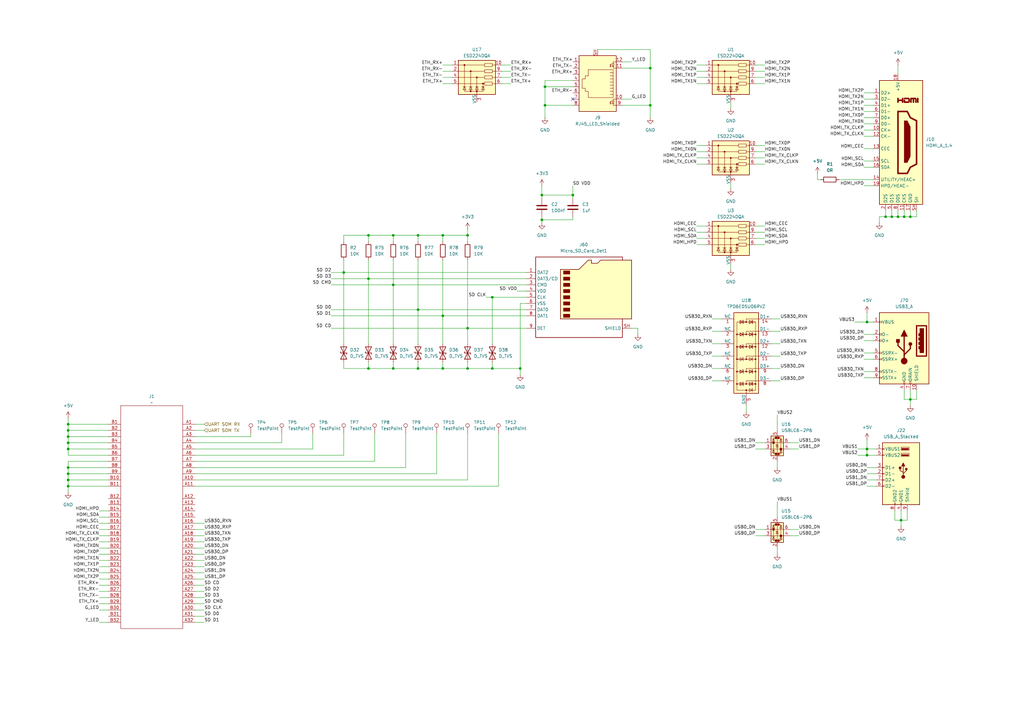
<source format=kicad_sch>
(kicad_sch (version 20231120) (generator "eeschema") (generator_version "8.0")
  (paper "A3")
  (junction (at 201.93 121.92))
  (junction (at 181.61 151.13))
  (junction (at 222.25 90.17))
  (junction (at 266.7 27.94))
  (junction (at 27.94 184.15))
  (junction (at 213.36 151.13))
  (junction (at 151.13 114.3))
  (junction (at 171.45 127))
  (junction (at 27.94 196.85))
  (junction (at 369.57 213.36))
  (junction (at 191.77 134.62))
  (junction (at 234.95 80.01))
  (junction (at 151.13 96.52))
  (junction (at 355.6 184.15))
  (junction (at 223.52 43.18))
  (junction (at 27.94 176.53))
  (junction (at 201.93 151.13))
  (junction (at 191.77 151.13))
  (junction (at 365.76 88.9))
  (junction (at 140.97 111.76))
  (junction (at 373.38 163.83))
  (junction (at 266.7 43.18))
  (junction (at 151.13 151.13))
  (junction (at 27.94 173.99))
  (junction (at 27.94 199.39))
  (junction (at 223.52 35.56))
  (junction (at 171.45 151.13))
  (junction (at 370.84 88.9))
  (junction (at 181.61 96.52))
  (junction (at 355.6 132.08))
  (junction (at 222.25 80.01))
  (junction (at 355.6 186.69))
  (junction (at 161.29 116.84))
  (junction (at 27.94 179.07))
  (junction (at 27.94 181.61))
  (junction (at 161.29 96.52))
  (junction (at 373.38 88.9))
  (junction (at 27.94 194.31))
  (junction (at 181.61 129.54))
  (junction (at 171.45 96.52))
  (junction (at 27.94 191.77))
  (junction (at 161.29 151.13))
  (junction (at 368.3 88.9))
  (junction (at 363.22 88.9))
  (junction (at 191.77 96.52))
  (no_connect (at 234.95 40.64))
  (wire (pts (xy 181.61 96.52) (xy 191.77 96.52)))
  (wire (pts (xy 83.82 250.19) (xy 80.01 250.19)))
  (wire (pts (xy 201.93 148.59) (xy 201.93 151.13)))
  (wire (pts (xy 40.64 209.55) (xy 44.45 209.55)))
  (wire (pts (xy 135.89 134.62) (xy 191.77 134.62)))
  (wire (pts (xy 309.88 219.71) (xy 313.69 219.71)))
  (wire (pts (xy 313.69 26.67) (xy 309.88 26.67)))
  (wire (pts (xy 354.33 147.32) (xy 358.14 147.32)))
  (wire (pts (xy 201.93 121.92) (xy 215.9 121.92)))
  (wire (pts (xy 259.08 40.64) (xy 255.27 40.64)))
  (wire (pts (xy 181.61 26.67) (xy 185.42 26.67)))
  (wire (pts (xy 222.25 88.9) (xy 222.25 90.17)))
  (wire (pts (xy 354.33 137.16) (xy 358.14 137.16)))
  (wire (pts (xy 27.94 184.15) (xy 44.45 184.15)))
  (wire (pts (xy 40.64 247.65) (xy 44.45 247.65)))
  (wire (pts (xy 213.36 151.13) (xy 213.36 153.67)))
  (wire (pts (xy 222.25 80.01) (xy 222.25 81.28)))
  (wire (pts (xy 318.77 191.77) (xy 318.77 189.23)))
  (wire (pts (xy 40.64 227.33) (xy 44.45 227.33)))
  (wire (pts (xy 151.13 148.59) (xy 151.13 151.13)))
  (wire (pts (xy 27.94 176.53) (xy 44.45 176.53)))
  (wire (pts (xy 40.64 234.95) (xy 44.45 234.95)))
  (wire (pts (xy 313.69 59.69) (xy 309.88 59.69)))
  (wire (pts (xy 372.11 209.55) (xy 372.11 213.36)))
  (wire (pts (xy 80.01 181.61) (xy 115.57 181.61)))
  (wire (pts (xy 368.3 26.67) (xy 368.3 30.48)))
  (wire (pts (xy 320.04 156.21) (xy 316.23 156.21)))
  (wire (pts (xy 83.82 214.63) (xy 80.01 214.63)))
  (wire (pts (xy 299.72 77.47) (xy 299.72 74.93)))
  (wire (pts (xy 201.93 121.92) (xy 201.93 140.97)))
  (wire (pts (xy 191.77 134.62) (xy 191.77 140.97)))
  (wire (pts (xy 27.94 191.77) (xy 27.94 194.31)))
  (wire (pts (xy 181.61 151.13) (xy 191.77 151.13)))
  (wire (pts (xy 171.45 96.52) (xy 171.45 99.06)))
  (wire (pts (xy 365.76 86.36) (xy 365.76 88.9)))
  (wire (pts (xy 222.25 90.17) (xy 222.25 91.44)))
  (wire (pts (xy 320.04 151.13) (xy 316.23 151.13)))
  (wire (pts (xy 181.61 29.21) (xy 185.42 29.21)))
  (wire (pts (xy 266.7 27.94) (xy 266.7 20.32)))
  (wire (pts (xy 27.94 181.61) (xy 27.94 184.15)))
  (wire (pts (xy 373.38 86.36) (xy 373.38 88.9)))
  (wire (pts (xy 368.3 88.9) (xy 365.76 88.9)))
  (wire (pts (xy 191.77 93.98) (xy 191.77 96.52)))
  (wire (pts (xy 355.6 194.31) (xy 359.41 194.31)))
  (wire (pts (xy 40.64 242.57) (xy 44.45 242.57)))
  (wire (pts (xy 335.28 71.12) (xy 335.28 73.66)))
  (wire (pts (xy 354.33 38.1) (xy 358.14 38.1)))
  (wire (pts (xy 223.52 33.02) (xy 223.52 35.56)))
  (wire (pts (xy 151.13 114.3) (xy 215.9 114.3)))
  (wire (pts (xy 161.29 96.52) (xy 161.29 99.06)))
  (wire (pts (xy 83.82 219.71) (xy 80.01 219.71)))
  (wire (pts (xy 83.82 252.73) (xy 80.01 252.73)))
  (wire (pts (xy 161.29 148.59) (xy 161.29 151.13)))
  (wire (pts (xy 292.1 151.13) (xy 295.91 151.13)))
  (wire (pts (xy 191.77 196.85) (xy 191.77 177.8)))
  (wire (pts (xy 140.97 106.68) (xy 140.97 111.76)))
  (wire (pts (xy 313.69 31.75) (xy 309.88 31.75)))
  (wire (pts (xy 354.33 55.88) (xy 358.14 55.88)))
  (wire (pts (xy 181.61 96.52) (xy 181.61 99.06)))
  (wire (pts (xy 285.75 92.71) (xy 289.56 92.71)))
  (wire (pts (xy 292.1 156.21) (xy 295.91 156.21)))
  (wire (pts (xy 40.64 229.87) (xy 44.45 229.87)))
  (wire (pts (xy 27.94 201.93) (xy 27.94 199.39)))
  (wire (pts (xy 255.27 43.18) (xy 266.7 43.18)))
  (wire (pts (xy 213.36 124.46) (xy 213.36 151.13)))
  (wire (pts (xy 135.89 114.3) (xy 151.13 114.3)))
  (wire (pts (xy 354.33 68.58) (xy 358.14 68.58)))
  (wire (pts (xy 285.75 26.67) (xy 289.56 26.67)))
  (wire (pts (xy 355.6 191.77) (xy 359.41 191.77)))
  (wire (pts (xy 191.77 148.59) (xy 191.77 151.13)))
  (wire (pts (xy 285.75 97.79) (xy 289.56 97.79)))
  (wire (pts (xy 181.61 34.29) (xy 185.42 34.29)))
  (wire (pts (xy 369.57 213.36) (xy 369.57 215.9)))
  (wire (pts (xy 151.13 106.68) (xy 151.13 114.3)))
  (wire (pts (xy 128.27 184.15) (xy 128.27 177.8)))
  (wire (pts (xy 151.13 96.52) (xy 140.97 96.52)))
  (wire (pts (xy 135.89 129.54) (xy 181.61 129.54)))
  (wire (pts (xy 179.07 194.31) (xy 179.07 177.8)))
  (wire (pts (xy 313.69 64.77) (xy 309.88 64.77)))
  (wire (pts (xy 83.82 227.33) (xy 80.01 227.33)))
  (wire (pts (xy 234.95 33.02) (xy 223.52 33.02)))
  (wire (pts (xy 27.94 194.31) (xy 27.94 196.85)))
  (wire (pts (xy 171.45 96.52) (xy 181.61 96.52)))
  (wire (pts (xy 354.33 43.18) (xy 358.14 43.18)))
  (wire (pts (xy 27.94 189.23) (xy 27.94 191.77)))
  (wire (pts (xy 373.38 163.83) (xy 373.38 166.37)))
  (wire (pts (xy 369.57 209.55) (xy 369.57 213.36)))
  (wire (pts (xy 313.69 97.79) (xy 309.88 97.79)))
  (wire (pts (xy 375.92 163.83) (xy 373.38 163.83)))
  (wire (pts (xy 327.66 181.61) (xy 323.85 181.61)))
  (wire (pts (xy 201.93 151.13) (xy 213.36 151.13)))
  (wire (pts (xy 140.97 148.59) (xy 140.97 151.13)))
  (wire (pts (xy 140.97 111.76) (xy 140.97 140.97)))
  (wire (pts (xy 153.67 189.23) (xy 153.67 177.8)))
  (wire (pts (xy 171.45 106.68) (xy 171.45 127)))
  (wire (pts (xy 161.29 116.84) (xy 161.29 140.97)))
  (wire (pts (xy 83.82 217.17) (xy 80.01 217.17)))
  (wire (pts (xy 354.33 45.72) (xy 358.14 45.72)))
  (wire (pts (xy 27.94 186.69) (xy 44.45 186.69)))
  (wire (pts (xy 80.01 186.69) (xy 140.97 186.69)))
  (wire (pts (xy 367.03 213.36) (xy 369.57 213.36)))
  (wire (pts (xy 318.77 227.33) (xy 318.77 224.79)))
  (wire (pts (xy 215.9 124.46) (xy 213.36 124.46)))
  (wire (pts (xy 80.01 184.15) (xy 128.27 184.15)))
  (wire (pts (xy 171.45 151.13) (xy 181.61 151.13)))
  (wire (pts (xy 351.79 184.15) (xy 355.6 184.15)))
  (wire (pts (xy 292.1 135.89) (xy 295.91 135.89)))
  (wire (pts (xy 285.75 62.23) (xy 289.56 62.23)))
  (wire (pts (xy 360.68 88.9) (xy 360.68 91.44)))
  (wire (pts (xy 292.1 140.97) (xy 295.91 140.97)))
  (wire (pts (xy 181.61 148.59) (xy 181.61 151.13)))
  (wire (pts (xy 344.17 73.66) (xy 358.14 73.66)))
  (wire (pts (xy 354.33 152.4) (xy 358.14 152.4)))
  (wire (pts (xy 83.82 222.25) (xy 80.01 222.25)))
  (wire (pts (xy 368.3 86.36) (xy 368.3 88.9)))
  (wire (pts (xy 327.66 217.17) (xy 323.85 217.17)))
  (wire (pts (xy 365.76 88.9) (xy 363.22 88.9)))
  (wire (pts (xy 285.75 64.77) (xy 289.56 64.77)))
  (wire (pts (xy 354.33 66.04) (xy 358.14 66.04)))
  (wire (pts (xy 140.97 186.69) (xy 140.97 177.8)))
  (wire (pts (xy 367.03 209.55) (xy 367.03 213.36)))
  (wire (pts (xy 370.84 163.83) (xy 373.38 163.83)))
  (wire (pts (xy 255.27 27.94) (xy 266.7 27.94)))
  (wire (pts (xy 370.84 86.36) (xy 370.84 88.9)))
  (wire (pts (xy 40.64 219.71) (xy 44.45 219.71)))
  (wire (pts (xy 161.29 116.84) (xy 215.9 116.84)))
  (wire (pts (xy 205.74 34.29) (xy 209.55 34.29)))
  (wire (pts (xy 245.11 20.32) (xy 266.7 20.32)))
  (wire (pts (xy 140.97 96.52) (xy 140.97 99.06)))
  (wire (pts (xy 83.82 229.87) (xy 80.01 229.87)))
  (wire (pts (xy 306.07 168.91) (xy 306.07 166.37)))
  (wire (pts (xy 266.7 43.18) (xy 266.7 27.94)))
  (wire (pts (xy 191.77 151.13) (xy 201.93 151.13)))
  (wire (pts (xy 375.92 88.9) (xy 373.38 88.9)))
  (wire (pts (xy 27.94 179.07) (xy 44.45 179.07)))
  (wire (pts (xy 181.61 129.54) (xy 215.9 129.54)))
  (wire (pts (xy 259.08 25.4) (xy 255.27 25.4)))
  (wire (pts (xy 80.01 179.07) (xy 102.87 179.07)))
  (wire (pts (xy 313.69 29.21) (xy 309.88 29.21)))
  (wire (pts (xy 355.6 186.69) (xy 359.41 186.69)))
  (wire (pts (xy 80.01 194.31) (xy 179.07 194.31)))
  (wire (pts (xy 285.75 31.75) (xy 289.56 31.75)))
  (wire (pts (xy 372.11 213.36) (xy 369.57 213.36)))
  (wire (pts (xy 313.69 62.23) (xy 309.88 62.23)))
  (wire (pts (xy 204.47 199.39) (xy 204.47 177.8)))
  (wire (pts (xy 375.92 86.36) (xy 375.92 88.9)))
  (wire (pts (xy 285.75 100.33) (xy 289.56 100.33)))
  (wire (pts (xy 40.64 245.11) (xy 44.45 245.11)))
  (wire (pts (xy 313.69 67.31) (xy 309.88 67.31)))
  (wire (pts (xy 354.33 76.2) (xy 358.14 76.2)))
  (wire (pts (xy 27.94 184.15) (xy 27.94 186.69)))
  (wire (pts (xy 309.88 184.15) (xy 313.69 184.15)))
  (wire (pts (xy 161.29 106.68) (xy 161.29 116.84)))
  (wire (pts (xy 355.6 196.85) (xy 359.41 196.85)))
  (wire (pts (xy 223.52 48.26) (xy 223.52 43.18)))
  (wire (pts (xy 299.72 110.49) (xy 299.72 107.95)))
  (wire (pts (xy 83.82 240.03) (xy 80.01 240.03)))
  (wire (pts (xy 285.75 29.21) (xy 289.56 29.21)))
  (wire (pts (xy 27.94 171.45) (xy 27.94 173.99)))
  (wire (pts (xy 40.64 217.17) (xy 44.45 217.17)))
  (wire (pts (xy 151.13 151.13) (xy 161.29 151.13)))
  (wire (pts (xy 27.94 196.85) (xy 27.94 199.39)))
  (wire (pts (xy 27.94 176.53) (xy 27.94 179.07)))
  (wire (pts (xy 80.01 191.77) (xy 166.37 191.77)))
  (wire (pts (xy 234.95 35.56) (xy 223.52 35.56)))
  (wire (pts (xy 171.45 127) (xy 215.9 127)))
  (wire (pts (xy 350.52 132.08) (xy 355.6 132.08)))
  (wire (pts (xy 166.37 191.77) (xy 166.37 177.8)))
  (wire (pts (xy 44.45 189.23) (xy 27.94 189.23)))
  (wire (pts (xy 313.69 100.33) (xy 309.88 100.33)))
  (wire (pts (xy 370.84 88.9) (xy 368.3 88.9)))
  (wire (pts (xy 354.33 139.7) (xy 358.14 139.7)))
  (wire (pts (xy 373.38 160.02) (xy 373.38 163.83)))
  (wire (pts (xy 80.01 199.39) (xy 204.47 199.39)))
  (wire (pts (xy 191.77 96.52) (xy 191.77 99.06)))
  (wire (pts (xy 171.45 148.59) (xy 171.45 151.13)))
  (wire (pts (xy 320.04 135.89) (xy 316.23 135.89)))
  (wire (pts (xy 327.66 184.15) (xy 323.85 184.15)))
  (wire (pts (xy 191.77 106.68) (xy 191.77 134.62)))
  (wire (pts (xy 212.09 119.38) (xy 215.9 119.38)))
  (wire (pts (xy 327.66 219.71) (xy 323.85 219.71)))
  (wire (pts (xy 135.89 111.76) (xy 140.97 111.76)))
  (wire (pts (xy 27.94 181.61) (xy 44.45 181.61)))
  (wire (pts (xy 151.13 96.52) (xy 151.13 99.06)))
  (wire (pts (xy 222.25 76.2) (xy 222.25 80.01)))
  (wire (pts (xy 40.64 212.09) (xy 44.45 212.09)))
  (wire (pts (xy 80.01 189.23) (xy 153.67 189.23)))
  (wire (pts (xy 370.84 160.02) (xy 370.84 163.83)))
  (wire (pts (xy 209.55 29.21) (xy 205.74 29.21)))
  (wire (pts (xy 375.92 160.02) (xy 375.92 163.83)))
  (wire (pts (xy 161.29 96.52) (xy 171.45 96.52)))
  (wire (pts (xy 299.72 44.45) (xy 299.72 41.91)))
  (wire (pts (xy 171.45 127) (xy 171.45 140.97)))
  (wire (pts (xy 205.74 31.75) (xy 209.55 31.75)))
  (wire (pts (xy 83.82 176.53) (xy 80.01 176.53)))
  (wire (pts (xy 320.04 130.81) (xy 316.23 130.81)))
  (wire (pts (xy 140.97 111.76) (xy 215.9 111.76)))
  (wire (pts (xy 140.97 151.13) (xy 151.13 151.13)))
  (wire (pts (xy 234.95 80.01) (xy 234.95 81.28)))
  (wire (pts (xy 259.08 134.62) (xy 261.62 134.62)))
  (wire (pts (xy 27.94 199.39) (xy 44.45 199.39)))
  (wire (pts (xy 181.61 31.75) (xy 185.42 31.75)))
  (wire (pts (xy 40.64 255.27) (xy 44.45 255.27)))
  (wire (pts (xy 285.75 67.31) (xy 289.56 67.31)))
  (wire (pts (xy 351.79 186.69) (xy 355.6 186.69)))
  (wire (pts (xy 40.64 232.41) (xy 44.45 232.41)))
  (wire (pts (xy 318.77 205.74) (xy 318.77 212.09)))
  (wire (pts (xy 354.33 40.64) (xy 358.14 40.64)))
  (wire (pts (xy 285.75 34.29) (xy 289.56 34.29)))
  (wire (pts (xy 266.7 48.26) (xy 266.7 43.18)))
  (wire (pts (xy 83.82 224.79) (xy 80.01 224.79)))
  (wire (pts (xy 115.57 181.61) (xy 115.57 177.8)))
  (wire (pts (xy 222.25 80.01) (xy 234.95 80.01)))
  (wire (pts (xy 40.64 224.79) (xy 44.45 224.79)))
  (wire (pts (xy 40.64 237.49) (xy 44.45 237.49)))
  (wire (pts (xy 309.88 181.61) (xy 313.69 181.61)))
  (wire (pts (xy 199.39 121.92) (xy 201.93 121.92)))
  (wire (pts (xy 83.82 242.57) (xy 80.01 242.57)))
  (wire (pts (xy 151.13 96.52) (xy 161.29 96.52)))
  (wire (pts (xy 318.77 170.18) (xy 318.77 176.53)))
  (wire (pts (xy 161.29 151.13) (xy 171.45 151.13)))
  (wire (pts (xy 40.64 250.19) (xy 44.45 250.19)))
  (wire (pts (xy 355.6 180.34) (xy 355.6 184.15)))
  (wire (pts (xy 223.52 35.56) (xy 223.52 43.18)))
  (wire (pts (xy 320.04 140.97) (xy 316.23 140.97)))
  (wire (pts (xy 313.69 34.29) (xy 309.88 34.29)))
  (wire (pts (xy 320.04 146.05) (xy 316.23 146.05)))
  (wire (pts (xy 234.95 90.17) (xy 222.25 90.17)))
  (wire (pts (xy 234.95 88.9) (xy 234.95 90.17)))
  (wire (pts (xy 83.82 173.99) (xy 80.01 173.99)))
  (wire (pts (xy 40.64 222.25) (xy 44.45 222.25)))
  (wire (pts (xy 355.6 132.08) (xy 358.14 132.08)))
  (wire (pts (xy 151.13 114.3) (xy 151.13 140.97)))
  (wire (pts (xy 40.64 240.03) (xy 44.45 240.03)))
  (wire (pts (xy 354.33 48.26) (xy 358.14 48.26)))
  (wire (pts (xy 313.69 95.25) (xy 309.88 95.25)))
  (wire (pts (xy 44.45 196.85) (xy 27.94 196.85)))
  (wire (pts (xy 363.22 86.36) (xy 363.22 88.9)))
  (wire (pts (xy 191.77 134.62) (xy 215.9 134.62)))
  (wire (pts (xy 83.82 237.49) (xy 80.01 237.49)))
  (wire (pts (xy 292.1 130.81) (xy 295.91 130.81)))
  (wire (pts (xy 313.69 92.71) (xy 309.88 92.71)))
  (wire (pts (xy 44.45 194.31) (xy 27.94 194.31)))
  (wire (pts (xy 44.45 191.77) (xy 27.94 191.77)))
  (wire (pts (xy 355.6 184.15) (xy 359.41 184.15)))
  (wire (pts (xy 360.68 88.9) (xy 363.22 88.9)))
  (wire (pts (xy 83.82 245.11) (xy 80.01 245.11)))
  (wire (pts (xy 335.28 73.66) (xy 336.55 73.66)))
  (wire (pts (xy 135.89 127) (xy 171.45 127)))
  (wire (pts (xy 40.64 214.63) (xy 44.45 214.63)))
  (wire (pts (xy 285.75 95.25) (xy 289.56 95.25)))
  (wire (pts (xy 355.6 184.15) (xy 355.6 186.69)))
  (wire (pts (xy 83.82 255.27) (xy 80.01 255.27)))
  (wire (pts (xy 209.55 26.67) (xy 205.74 26.67)))
  (wire (pts (xy 261.62 134.62) (xy 261.62 137.16)))
  (wire (pts (xy 354.33 154.94) (xy 358.14 154.94)))
  (wire (pts (xy 355.6 128.27) (xy 355.6 132.08)))
  (wire (pts (xy 27.94 179.07) (xy 27.94 181.61)))
  (wire (pts (xy 355.6 199.39) (xy 359.41 199.39)))
  (wire (pts (xy 354.33 50.8) (xy 358.14 50.8)))
  (wire (pts (xy 234.95 76.2) (xy 234.95 80.01)))
  (wire (pts (xy 354.33 53.34) (xy 358.14 53.34)))
  (wire (pts (xy 83.82 247.65) (xy 80.01 247.65)))
  (wire (pts (xy 292.1 146.05) (xy 295.91 146.05)))
  (wire (pts (xy 181.61 129.54) (xy 181.61 140.97)))
  (wire (pts (xy 354.33 60.96) (xy 358.14 60.96)))
  (wire (pts (xy 80.01 196.85) (xy 191.77 196.85)))
  (wire (pts (xy 27.94 173.99) (xy 27.94 176.53)))
  (wire (pts (xy 83.82 232.41) (xy 80.01 232.41)))
  (wire (pts (xy 223.52 43.18) (xy 234.95 43.18)))
  (wire (pts (xy 373.38 88.9) (xy 370.84 88.9)))
  (wire (pts (xy 309.88 217.17) (xy 313.69 217.17)))
  (wire (pts (xy 83.82 234.95) (xy 80.01 234.95)))
  (wire (pts (xy 135.89 116.84) (xy 161.29 116.84)))
  (wire (pts (xy 27.94 173.99) (xy 44.45 173.99)))
  (wire (pts (xy 285.75 59.69) (xy 289.56 59.69)))
  (wire (pts (xy 354.33 144.78) (xy 358.14 144.78)))
  (wire (pts (xy 181.61 106.68) (xy 181.61 129.54)))
  (wire (pts (xy 102.87 179.07) (xy 102.87 177.8)))
  (label "USB30_RXN" (at 292.1 130.81 180))
  (label "SD VDD" (at 234.95 76.2 0))
  (label "USB30_DN" (at 320.04 151.13 0))
  (label "HDMI_TX2P" (at 313.69 26.67 0))
  (label "USB30_RXN" (at 320.04 130.81 0))
  (label "HDMI_TX0N" (at 285.75 62.23 180))
  (label "SD D0" (at 83.82 252.73 0))
  (label "USB30_RXP" (at 292.1 135.89 180))
  (label "HDMI_TX0P" (at 354.33 48.26 180))
  (label "VBUS1" (at 351.79 184.15 180))
  (label "SD D2" (at 83.82 242.57 0))
  (label "G_LED" (at 259.08 40.64 0))
  (label "SD CLK" (at 83.82 250.19 0))
  (label "HDMI_SCL" (at 313.69 95.25 0))
  (label "SD CD" (at 135.89 134.62 180))
  (label "HDMI_TX0P" (at 40.64 227.33 180))
  (label "USB30_TXN" (at 292.1 140.97 180))
  (label "ETH_RX+" (at 40.64 240.03 180))
  (label "ETH_TX-" (at 181.61 31.75 180))
  (label "VBUS2" (at 351.79 186.69 180))
  (label "USB30_RXP" (at 354.33 147.32 180))
  (label "SD D1" (at 83.82 255.27 0))
  (label "G_LED" (at 40.64 250.19 180))
  (label "USB30_TXN" (at 83.82 219.71 0))
  (label "Y_LED" (at 259.08 25.4 0))
  (label "HDMI_SCL" (at 285.75 95.25 180))
  (label "SD D3" (at 83.82 245.11 0))
  (label "HDMI_CEC" (at 313.69 92.71 0))
  (label "USB30_RXP" (at 320.04 135.89 0))
  (label "HDMI_TX0P" (at 285.75 59.69 180))
  (label "HDMI_SDA" (at 313.69 97.79 0))
  (label "USB1_DN" (at 355.6 196.85 180))
  (label "HDMI_HPD" (at 285.75 100.33 180))
  (label "ETH_TX+" (at 40.64 247.65 180))
  (label "VBUS3" (at 350.52 132.08 180))
  (label "HDMI_TX2N" (at 285.75 29.21 180))
  (label "ETH_TX+" (at 209.55 34.29 0))
  (label "HDMI_SDA" (at 285.75 97.79 180))
  (label "ETH_RX+" (at 234.95 30.48 180))
  (label "HDMI_TX2N" (at 313.69 29.21 0))
  (label "HDMI_TX2N" (at 40.64 234.95 180))
  (label "VBUS2" (at 318.77 170.18 0))
  (label "USB1_DP" (at 309.88 184.15 180))
  (label "HDMI_TX1N" (at 313.69 34.29 0))
  (label "SD D2" (at 135.89 111.76 180))
  (label "HDMI_TX2P" (at 40.64 237.49 180))
  (label "ETH_RX-" (at 209.55 29.21 0))
  (label "ETH_RX-" (at 40.64 242.57 180))
  (label "USB30_DP" (at 292.1 156.21 180))
  (label "USB30_DN" (at 83.82 224.79 0))
  (label "HDMI_TX0N" (at 354.33 50.8 180))
  (label "USB0_DN" (at 327.66 217.17 0))
  (label "USB1_DP" (at 83.82 237.49 0))
  (label "USB30_RXP" (at 83.82 217.17 0))
  (label "HDMI_SDA" (at 354.33 68.58 180))
  (label "HDMI_TX1N" (at 354.33 45.72 180))
  (label "HDMI_SDA" (at 40.64 212.09 180))
  (label "USB30_TXN" (at 320.04 140.97 0))
  (label "USB0_DN" (at 83.82 229.87 0))
  (label "HDMI_TX_CLKN" (at 354.33 55.88 180))
  (label "SD CLK" (at 199.39 121.92 180))
  (label "USB0_DN" (at 309.88 217.17 180))
  (label "HDMI_SCL" (at 354.33 66.04 180))
  (label "USB30_TXN" (at 354.33 152.4 180))
  (label "HDMI_TX_CLKN" (at 285.75 67.31 180))
  (label "HDMI_TX0N" (at 313.69 62.23 0))
  (label "USB0_DP" (at 355.6 194.31 180))
  (label "HDMI_TX1N" (at 40.64 229.87 180))
  (label "HDMI_TX2N" (at 354.33 40.64 180))
  (label "USB30_DP" (at 83.82 227.33 0))
  (label "SD D1" (at 135.89 129.54 180))
  (label "USB1_DN" (at 327.66 181.61 0))
  (label "SD D3" (at 135.89 114.3 180))
  (label "HDMI_TX1P" (at 313.69 31.75 0))
  (label "USB30_TXP" (at 354.33 154.94 180))
  (label "USB0_DP" (at 327.66 219.71 0))
  (label "HDMI_TX_CLKP" (at 313.69 64.77 0))
  (label "HDMI_TX2P" (at 354.33 38.1 180))
  (label "HDMI_TX2P" (at 285.75 26.67 180))
  (label "USB30_TXP" (at 292.1 146.05 180))
  (label "HDMI_HPD" (at 313.69 100.33 0))
  (label "SD CD" (at 83.82 240.03 0))
  (label "HDMI_TX_CLKP" (at 354.33 53.34 180))
  (label "SD VDD" (at 212.09 119.38 180))
  (label "HDMI_TX_CLKP" (at 40.64 222.25 180))
  (label "HDMI_TX0N" (at 40.64 224.79 180))
  (label "HDMI_HPD" (at 354.33 76.2 180))
  (label "USB30_RXN" (at 83.82 214.63 0))
  (label "SD CMD" (at 83.82 247.65 0))
  (label "HDMI_TX_CLKP" (at 285.75 64.77 180))
  (label "USB30_DN" (at 292.1 151.13 180))
  (label "SD D0" (at 135.89 127 180))
  (label "HDMI_TX1P" (at 285.75 31.75 180))
  (label "Y_LED" (at 40.64 255.27 180))
  (label "HDMI_HPD" (at 40.64 209.55 180))
  (label "ETH_TX+" (at 234.95 25.4 180))
  (label "HDMI_TX1N" (at 285.75 34.29 180))
  (label "USB30_DN" (at 354.33 137.16 180))
  (label "HDMI_TX0P" (at 313.69 59.69 0))
  (label "HDMI_TX1P" (at 40.64 232.41 180))
  (label "USB30_RXN" (at 354.33 144.78 180))
  (label "HDMI_SCL" (at 40.64 214.63 180))
  (label "ETH_RX+" (at 181.61 26.67 180))
  (label "HDMI_CEC" (at 354.33 60.96 180))
  (label "HDMI_TX_CLKN" (at 313.69 67.31 0))
  (label "USB30_TXP" (at 320.04 146.05 0))
  (label "HDMI_CEC" (at 285.75 92.71 180))
  (label "ETH_TX-" (at 40.64 245.11 180))
  (label "HDMI_TX_CLKN" (at 40.64 219.71 180))
  (label "USB0_DN" (at 355.6 191.77 180))
  (label "USB0_DP" (at 83.82 232.41 0))
  (label "ETH_RX-" (at 181.61 29.21 180))
  (label "USB30_DP" (at 354.33 139.7 180))
  (label "SD CMD" (at 135.89 116.84 180))
  (label "USB30_DP" (at 320.04 156.21 0))
  (label "ETH_RX+" (at 209.55 26.67 0))
  (label "USB30_TXP" (at 83.82 222.25 0))
  (label "VBUS1" (at 318.77 205.74 0))
  (label "HDMI_TX1P" (at 354.33 43.18 180))
  (label "ETH_TX-" (at 209.55 31.75 0))
  (label "USB1_DN" (at 309.88 181.61 180))
  (label "HDMI_CEC" (at 40.64 217.17 180))
  (label "USB0_DP" (at 309.88 219.71 180))
  (label "USB1_DN" (at 83.82 234.95 0))
  (label "ETH_TX-" (at 234.95 27.94 180))
  (label "ETH_TX+" (at 181.61 34.29 180))
  (label "ETH_RX-" (at 234.95 38.1 180))
  (label "USB1_DP" (at 355.6 199.39 180))
  (label "USB1_DP" (at 327.66 184.15 0))
  (hierarchical_label "UART SOM RX" (shape input) (at 83.82 173.99 0))
  (hierarchical_label "UART SOM TX" (shape input) (at 83.82 176.53 0))
  (symbol (lib_id "Device:D_TVS") (at 171.45 144.78 90) (unit 1)
    (property "Reference" "D35" (at 173.99 143.5099 90) (effects (justify right)))
    (property "Value" "D_TVS" (at 173.99 146.0499 90) (effects (justify right)))
    (property "Footprint" "Diode_SMD:D_SOD-882" (effects (hide yes)))
    (property "Description" "Bidirectional transient-voltage-suppression diode" (effects (hide yes)))
  )
  (symbol (lib_id "Device:R") (at 340.36 73.66 90) (unit 1)
    (property "Reference" "R1" (at 340.36 67.31 90))
    (property "Value" "0R" (at 340.36 69.85 90))
    (property "Footprint" "Resistor_SMD:R_0402_1005Metric" (effects (hide yes)))
    (property "Description" "Resistor" (effects (hide yes)))
  )
  (symbol (lib_id "power:GND") (at 261.62 137.16 0) (unit 1)
    (property "Reference" "#PWR0163" (effects (hide yes)))
    (property "Value" "GND" (at 261.62 142.24 0))
    (property "Description" "Power symbol creates a global label with name \"GND\" , ground" (effects (hide yes)))
  )
  (symbol (lib_id "Connector:RJ45_LED_Shielded") (at 245.11 33.02 180) (unit 1)
    (property "Reference" "J9" (at 245.11 48.26 0))
    (property "Value" "RJ45_LED_Shielded" (at 245.11 50.8 0))
    (property "Footprint" "Connector_RJ:RJ45_Hanrun_HR911105A_Horizontal" (effects (hide yes)))
    (property "Description" "RJ connector, 8P8C (8 positions 8 connected), two LEDs, Shielded" (effects (hide yes)))
  )
  (symbol (lib_id "Power_Protection:ESD224DQA") (at 299.72 97.79 0) (unit 1)
    (property "Reference" "U3" (at 299.72 86.36 0))
    (property "Value" "ESD224DQA" (at 299.72 88.9 0))
    (property "Footprint" "Package_DFN_QFN:Diodes_UDFN-10_1.0x2.5mm_P0.5mm" (effects (hide yes)))
    (property "Datasheet" "https://www.ti.com/lit/ds/symlink/esd224.pdf" (effects (hide yes)))
    (property "Description" "4-Channel Low Capacitance TVS Diode Array, USON-10" (effects (hide yes)))
  )
  (symbol (lib_id "Device:D_TVS") (at 181.61 144.78 90) (unit 1)
    (property "Reference" "D36" (at 184.15 143.5099 90) (effects (justify right)))
    (property "Value" "D_TVS" (at 184.15 146.0499 90) (effects (justify right)))
    (property "Footprint" "Diode_SMD:D_SOD-882" (effects (hide yes)))
    (property "Description" "Bidirectional transient-voltage-suppression diode" (effects (hide yes)))
  )
  (symbol (lib_id "power:+3V3") (at 191.77 93.98 0) (mirror y) (unit 1)
    (property "Reference" "#PWR0159" (effects (hide yes)))
    (property "Value" "+3V3" (at 191.77 88.9 0))
    (property "Description" "Power symbol creates a global label with name \"+3V3\"" (effects (hide yes)))
  )
  (symbol (lib_id "Device:D_TVS") (at 201.93 144.78 90) (unit 1)
    (property "Reference" "D38" (at 204.47 143.5099 90) (effects (justify right)))
    (property "Value" "D_TVS" (at 204.47 146.0499 90) (effects (justify right)))
    (property "Footprint" "Diode_SMD:D_SOD-882" (effects (hide yes)))
    (property "Description" "Bidirectional transient-voltage-suppression diode" (effects (hide yes)))
  )
  (symbol (lib_id "Power_Protection:ESD224DQA") (at 299.72 31.75 0) (unit 1)
    (property "Reference" "U1" (at 299.72 20.32 0))
    (property "Value" "ESD224DQA" (at 299.72 22.86 0))
    (property "Footprint" "Package_DFN_QFN:Diodes_UDFN-10_1.0x2.5mm_P0.5mm" (effects (hide yes)))
    (property "Datasheet" "https://www.ti.com/lit/ds/symlink/esd224.pdf" (effects (hide yes)))
    (property "Description" "4-Channel Low Capacitance TVS Diode Array, USON-10" (effects (hide yes)))
  )
  (symbol (lib_id "power:GND") (at 27.94 201.93 0) (unit 1)
    (property "Reference" "#PWR0165" (effects (hide yes)))
    (property "Value" "GND" (at 27.94 207.01 0))
    (property "Description" "Power symbol creates a global label with name \"GND\" , ground" (effects (hide yes)))
  )
  (symbol (lib_id "power:+5V") (at 368.3 26.67 0) (unit 1)
    (property "Reference" "#PWR04" (effects (hide yes)))
    (property "Value" "+5V" (at 368.3 21.59 0))
    (property "Description" "Power symbol creates a global label with name \"+5V\"" (effects (hide yes)))
  )
  (symbol (lib_id "power:GND") (at 223.52 48.26 0) (unit 1)
    (property "Reference" "#PWR07" (effects (hide yes)))
    (property "Value" "GND" (at 223.52 53.34 0))
    (property "Description" "Power symbol creates a global label with name \"GND\" , ground" (effects (hide yes)))
  )
  (symbol (lib_id "Device:R") (at 140.97 102.87 0) (unit 1)
    (property "Reference" "R2" (at 143.51 101.5999 0) (effects (justify left)))
    (property "Value" "10K" (at 143.51 104.1399 0) (effects (justify left)))
    (property "Footprint" "Resistor_SMD:R_0402_1005Metric" (effects (hide yes)))
    (property "Description" "Resistor" (effects (hide yes)))
  )
  (symbol (lib_id "Connector:TestPoint") (at 153.67 177.8 0) (unit 1)
    (property "Reference" "TP8" (at 156.21 173.2279 0) (effects (justify left)))
    (property "Value" "TestPoint" (at 156.21 175.7679 0) (effects (justify left)))
    (property "Footprint" "TestPoint:TestPoint_Pad_1.0x1.0mm" (effects (hide yes)))
    (property "Description" "test point" (effects (hide yes)))
  )
  (symbol (lib_id "Device:D_TVS") (at 140.97 144.78 90) (unit 1)
    (property "Reference" "D32" (at 143.51 143.5099 90) (effects (justify right)))
    (property "Value" "D_TVS" (at 143.51 146.0499 90) (effects (justify right)))
    (property "Footprint" "Diode_SMD:D_SOD-882" (effects (hide yes)))
    (property "Description" "Bidirectional transient-voltage-suppression diode" (effects (hide yes)))
  )
  (symbol (lib_id "power:GND") (at 360.68 91.44 0) (unit 1)
    (property "Reference" "#PWR01" (effects (hide yes)))
    (property "Value" "GND" (at 360.68 96.52 0))
    (property "Description" "Power symbol creates a global label with name \"GND\" , ground" (effects (hide yes)))
  )
  (symbol (lib_id "Connector:TestPoint") (at 140.97 177.8 0) (unit 1)
    (property "Reference" "TP7" (at 143.51 173.2279 0) (effects (justify left)))
    (property "Value" "TestPoint" (at 143.51 175.7679 0) (effects (justify left)))
    (property "Footprint" "TestPoint:TestPoint_Pad_1.0x1.0mm" (effects (hide yes)))
    (property "Description" "test point" (effects (hide yes)))
  )
  (symbol (lib_id "Connector:TestPoint") (at 179.07 177.8 0) (unit 1)
    (property "Reference" "TP10" (at 181.61 173.2279 0) (effects (justify left)))
    (property "Value" "TestPoint" (at 181.61 175.7679 0) (effects (justify left)))
    (property "Footprint" "TestPoint:TestPoint_Pad_1.0x1.0mm" (effects (hide yes)))
    (property "Description" "test point" (effects (hide yes)))
  )
  (symbol (lib_id "power:GND") (at 318.77 191.77 0) (unit 1)
    (property "Reference" "#PWR0151" (effects (hide yes)))
    (property "Value" "GND" (at 318.77 196.85 0))
    (property "Description" "Power symbol creates a global label with name \"GND\" , ground" (effects (hide yes)))
  )
  (symbol (lib_id "Device:R") (at 181.61 102.87 0) (unit 1)
    (property "Reference" "R78" (at 184.15 101.5999 0) (effects (justify left)))
    (property "Value" "10K" (at 184.15 104.1399 0) (effects (justify left)))
    (property "Footprint" "Resistor_SMD:R_0402_1005Metric" (effects (hide yes)))
    (property "Description" "Resistor" (effects (hide yes)))
  )
  (symbol (lib_id "Device:R") (at 161.29 102.87 0) (unit 1)
    (property "Reference" "R76" (at 163.83 101.5999 0) (effects (justify left)))
    (property "Value" "10K" (at 163.83 104.1399 0) (effects (justify left)))
    (property "Footprint" "Resistor_SMD:R_0402_1005Metric" (effects (hide yes)))
    (property "Description" "Resistor" (effects (hide yes)))
  )
  (symbol (lib_id "power:GND") (at 213.36 153.67 0) (unit 1)
    (property "Reference" "#PWR0160" (effects (hide yes)))
    (property "Value" "GND" (at 213.36 158.75 0))
    (property "Description" "Power symbol creates a global label with name \"GND\" , ground" (effects (hide yes)))
  )
  (symbol (lib_id "power:GND") (at 299.72 44.45 0) (unit 1)
    (property "Reference" "#PWR02" (effects (hide yes)))
    (property "Value" "GND" (at 299.72 49.53 0))
    (property "Description" "Power symbol creates a global label with name \"GND\" , ground" (effects (hide yes)))
  )
  (symbol (lib_id "Power_Protection:TPD6E05U06RVZ") (at 306.07 143.51 270) (unit 1)
    (property "Reference" "U18" (at 306.07 123.19 90))
    (property "Value" "TPD6E05U06RVZ" (at 306.07 125.73 90))
    (property "Footprint" "Package_SON:Texas_R-PUSON-N14" (effects (hide yes)))
    (property "Datasheet" "https://www.ti.com/lit/ds/symlink/tpd1e05u06.pdf" (effects (hide yes)))
    (property "Description" "6-Channel ESD Protection for Super-Speed USB 3.0 Interface, USON-14" (effects (hide yes)))
  )
  (symbol (lib_id "power:GND") (at 299.72 77.47 0) (unit 1)
    (property "Reference" "#PWR03" (effects (hide yes)))
    (property "Value" "GND" (at 299.72 82.55 0))
    (property "Description" "Power symbol creates a global label with name \"GND\" , ground" (effects (hide yes)))
  )
  (symbol (lib_id "power:+5V") (at 355.6 180.34 0) (unit 1)
    (property "Reference" "#PWR0166" (effects (hide yes)))
    (property "Value" "+5V" (at 355.6 175.26 0))
    (property "Description" "Power symbol creates a global label with name \"+5V\"" (effects (hide yes)))
  )
  (symbol (lib_id "Connector:TestPoint") (at 204.47 177.8 0) (unit 1)
    (property "Reference" "TP12" (at 207.01 173.2279 0) (effects (justify left)))
    (property "Value" "TestPoint" (at 207.01 175.7679 0) (effects (justify left)))
    (property "Footprint" "TestPoint:TestPoint_Pad_1.0x1.0mm" (effects (hide yes)))
    (property "Description" "test point" (effects (hide yes)))
  )
  (symbol (lib_id "Device:C") (at 234.95 85.09 180) (unit 1)
    (property "Reference" "C3" (at 238.76 83.8199 0) (effects (justify right)))
    (property "Value" "1uf" (at 238.76 86.3599 0) (effects (justify right)))
    (property "Footprint" "Capacitor_SMD:C_0603_1608Metric" (effects (hide yes)))
    (property "Description" "Unpolarized capacitor" (effects (hide yes)))
  )
  (symbol (lib_id "power:+5V") (at 355.6 128.27 0) (unit 1)
    (property "Reference" "#PWR0167" (effects (hide yes)))
    (property "Value" "+5V" (at 355.6 123.19 0))
    (property "Description" "Power symbol creates a global label with name \"+5V\"" (effects (hide yes)))
  )
  (symbol (lib_id "power:+5V") (at 335.28 71.12 0) (unit 1)
    (property "Reference" "#PWR05" (effects (hide yes)))
    (property "Value" "+5V" (at 335.28 66.04 0))
    (property "Description" "Power symbol creates a global label with name \"+5V\"" (effects (hide yes)))
  )
  (symbol (lib_id "Connector:TestPoint") (at 115.57 177.8 0) (unit 1)
    (property "Reference" "TP5" (at 118.11 173.2279 0) (effects (justify left)))
    (property "Value" "TestPoint" (at 118.11 175.7679 0) (effects (justify left)))
    (property "Footprint" "TestPoint:TestPoint_Pad_1.0x1.0mm" (effects (hide yes)))
    (property "Description" "test point" (effects (hide yes)))
  )
  (symbol (lib_id "PCIEx4_Custom:PCIEx4_Custom") (at 62.23 207.01 0) (unit 1)
    (property "Reference" "J1" (at 62.23 162.56 0))
    (property "Value" "~" (at 62.23 165.1 0))
    (property "Footprint" "3091-10111T:UMAX 3091-10111T" (effects (hide yes)))
  )
  (symbol (lib_id "Connector:TestPoint") (at 128.27 177.8 0) (unit 1)
    (property "Reference" "TP6" (at 130.81 173.2279 0) (effects (justify left)))
    (property "Value" "TestPoint" (at 130.81 175.7679 0) (effects (justify left)))
    (property "Footprint" "TestPoint:TestPoint_Pad_1.0x1.0mm" (effects (hide yes)))
    (property "Description" "test point" (effects (hide yes)))
  )
  (symbol (lib_id "Connector:USB3_A") (at 370.84 142.24 0) (mirror y) (unit 1)
    (property "Reference" "J70" (at 370.84 123.19 0))
    (property "Value" "USB3_A" (at 370.84 125.73 0))
    (property "Footprint" "54-00007:TENSILITY_54-00007" (effects (hide yes)))
    (property "Description" "USB 3.0 A connector" (effects (hide yes)))
  )
  (symbol (lib_id "Power_Protection:ESD224DQA") (at 299.72 64.77 0) (unit 1)
    (property "Reference" "U2" (at 299.72 53.34 0))
    (property "Value" "ESD224DQA" (at 299.72 55.88 0))
    (property "Footprint" "Package_DFN_QFN:Diodes_UDFN-10_1.0x2.5mm_P0.5mm" (effects (hide yes)))
    (property "Datasheet" "https://www.ti.com/lit/ds/symlink/esd224.pdf" (effects (hide yes)))
    (property "Description" "4-Channel Low Capacitance TVS Diode Array, USON-10" (effects (hide yes)))
  )
  (symbol (lib_id "power:GND") (at 266.7 48.26 0) (unit 1)
    (property "Reference" "#PWR08" (effects (hide yes)))
    (property "Value" "GND" (at 266.7 53.34 0))
    (property "Description" "Power symbol creates a global label with name \"GND\" , ground" (effects (hide yes)))
  )
  (symbol (lib_id "power:GND") (at 222.25 91.44 0) (unit 1)
    (property "Reference" "#PWR0162" (effects (hide yes)))
    (property "Value" "GND" (at 222.25 96.52 0))
    (property "Description" "Power symbol creates a global label with name \"GND\" , ground" (effects (hide yes)))
  )
  (symbol (lib_id "power:GND") (at 306.07 168.91 0) (unit 1)
    (property "Reference" "#PWR0156" (effects (hide yes)))
    (property "Value" "GND" (at 306.07 173.99 0))
    (property "Description" "Power symbol creates a global label with name \"GND\" , ground" (effects (hide yes)))
  )
  (symbol (lib_id "power:GND") (at 369.57 215.9 0) (unit 1)
    (property "Reference" "#PWR09" (effects (hide yes)))
    (property "Value" "GND" (at 369.57 220.98 0))
    (property "Description" "Power symbol creates a global label with name \"GND\" , ground" (effects (hide yes)))
  )
  (symbol (lib_id "Device:R") (at 191.77 102.87 0) (unit 1)
    (property "Reference" "R79" (at 194.31 101.5999 0) (effects (justify left)))
    (property "Value" "10K" (at 194.31 104.1399 0) (effects (justify left)))
    (property "Footprint" "Resistor_SMD:R_0402_1005Metric" (effects (hide yes)))
    (property "Description" "Resistor" (effects (hide yes)))
  )
  (symbol (lib_id "power:+5V") (at 27.94 171.45 0) (unit 1)
    (property "Reference" "#PWR0164" (effects (hide yes)))
    (property "Value" "+5V" (at 27.94 166.37 0))
    (property "Description" "Power symbol creates a global label with name \"+5V\"" (effects (hide yes)))
  )
  (symbol (lib_id "Device:D_TVS") (at 191.77 144.78 90) (unit 1)
    (property "Reference" "D37" (at 194.31 143.5099 90) (effects (justify right)))
    (property "Value" "D_TVS" (at 194.31 146.0499 90) (effects (justify right)))
    (property "Footprint" "Diode_SMD:D_SOD-882" (effects (hide yes)))
    (property "Description" "Bidirectional transient-voltage-suppression diode" (effects (hide yes)))
  )
  (symbol (lib_id "Device:R") (at 151.13 102.87 0) (unit 1)
    (property "Reference" "R75" (at 153.67 101.5999 0) (effects (justify left)))
    (property "Value" "10K" (at 153.67 104.1399 0) (effects (justify left)))
    (property "Footprint" "Resistor_SMD:R_0402_1005Metric" (effects (hide yes)))
    (property "Description" "Resistor" (effects (hide yes)))
  )
  (symbol (lib_id "Connector:USB_A_Stacked") (at 369.57 194.31 0) (mirror y) (unit 1)
    (property "Reference" "J22" (at 369.57 176.53 0))
    (property "Value" "USB_A_Stacked" (at 369.57 179.07 0))
    (property "Footprint" "SHOU HAN AF SS-JB17.6:SHOU HAN AF SS-JB17.6" (effects (hide yes)))
    (property "Description" "USB Type A connector, stacked" (effects (hide yes)))
  )
  (symbol (lib_id "Power_Protection:USBLC6-2P6") (at 318.77 181.61 0) (unit 1)
    (property "Reference" "U16" (at 320.4211 173.99 0) (effects (justify left)))
    (property "Value" "USBLC6-2P6" (at 320.4211 176.53 0) (effects (justify left)))
    (property "Footprint" "Package_TO_SOT_SMD:SOT-666" (effects (hide yes)))
    (property "Datasheet" "https://www.st.com/resource/en/datasheet/usblc6-2.pdf" (effects (hide yes)))
    (property "Description" "Very low capacitance ESD protection diode, 2 data-line, SOT-666" (effects (hide yes)))
  )
  (symbol (lib_id "power:GND") (at 373.38 166.37 0) (unit 1)
    (property "Reference" "#PWR010" (effects (hide yes)))
    (property "Value" "GND" (at 373.38 171.45 0))
    (property "Description" "Power symbol creates a global label with name \"GND\" , ground" (effects (hide yes)))
  )
  (symbol (lib_id "Connector:TestPoint") (at 166.37 177.8 0) (unit 1)
    (property "Reference" "TP9" (at 168.91 173.2279 0) (effects (justify left)))
    (property "Value" "TestPoint" (at 168.91 175.7679 0) (effects (justify left)))
    (property "Footprint" "TestPoint:TestPoint_Pad_1.0x1.0mm" (effects (hide yes)))
    (property "Description" "test point" (effects (hide yes)))
  )
  (symbol (lib_id "Device:D_TVS") (at 161.29 144.78 90) (unit 1)
    (property "Reference" "D34" (at 163.83 143.5099 90) (effects (justify right)))
    (property "Value" "D_TVS" (at 163.83 146.0499 90) (effects (justify right)))
    (property "Footprint" "Diode_SMD:D_SOD-882" (effects (hide yes)))
    (property "Description" "Bidirectional transient-voltage-suppression diode" (effects (hide yes)))
  )
  (symbol (lib_id "Connector:HDMI_A_1.4") (at 368.3 58.42 0) (unit 1)
    (property "Reference" "J10" (at 379.73 57.1499 0) (effects (justify left)))
    (property "Value" "HDMI_A_1.4" (at 379.73 59.6899 0) (effects (justify left)))
    (property "Footprint" "HDMI-001S_XUNPU:HDMI-001S_XUNPU" (effects (hide yes)))
    (property "Datasheet" "https://en.wikipedia.org/wiki/HDMI" (effects (hide yes)))
    (property "Description" "HDMI 1.4+ type A connector" (effects (hide yes)))
  )
  (symbol (lib_id "Device:C") (at 222.25 85.09 180) (unit 1)
    (property "Reference" "C2" (at 226.06 83.8199 0) (effects (justify right)))
    (property "Value" "100nf" (at 226.06 86.3599 0) (effects (justify right)))
    (property "Footprint" "Capacitor_SMD:C_0402_1005Metric" (effects (hide yes)))
    (property "Description" "Unpolarized capacitor" (effects (hide yes)))
  )
  (symbol (lib_id "power:GND") (at 318.77 227.33 0) (unit 1)
    (property "Reference" "#PWR0155" (effects (hide yes)))
    (property "Value" "GND" (at 318.77 232.41 0))
    (property "Description" "Power symbol creates a global label with name \"GND\" , ground" (effects (hide yes)))
  )
  (symbol (lib_id "power:+3V3") (at 222.25 76.2 0) (mirror y) (unit 1)
    (property "Reference" "#PWR0161" (effects (hide yes)))
    (property "Value" "+3V3" (at 222.25 71.12 0))
    (property "Description" "Power symbol creates a global label with name \"+3V3\"" (effects (hide yes)))
  )
  (symbol (lib_id "Device:D_TVS") (at 151.13 144.78 90) (unit 1)
    (property "Reference" "D33" (at 153.67 143.5099 90) (effects (justify right)))
    (property "Value" "D_TVS" (at 153.67 146.0499 90) (effects (justify right)))
    (property "Footprint" "Diode_SMD:D_SOD-882" (effects (hide yes)))
    (property "Description" "Bidirectional transient-voltage-suppression diode" (effects (hide yes)))
  )
  (symbol (lib_id "Power_Protection:ESD224DQA") (at 195.58 31.75 0) (unit 1)
    (property "Reference" "U17" (at 195.58 20.32 0))
    (property "Value" "ESD224DQA" (at 195.58 22.86 0))
    (property "Footprint" "Package_DFN_QFN:Diodes_UDFN-10_1.0x2.5mm_P0.5mm" (effects (hide yes)))
    (property "Datasheet" "https://www.ti.com/lit/ds/symlink/esd224.pdf" (effects (hide yes)))
    (property "Description" "4-Channel Low Capacitance TVS Diode Array, USON-10" (effects (hide yes)))
  )
  (symbol (lib_id "Power_Protection:USBLC6-2P6") (at 318.77 217.17 0) (unit 1)
    (property "Reference" "U15" (at 320.4211 209.55 0) (effects (justify left)))
    (property "Value" "USBLC6-2P6" (at 320.4211 212.09 0) (effects (justify left)))
    (property "Footprint" "Package_TO_SOT_SMD:SOT-666" (effects (hide yes)))
    (property "Datasheet" "https://www.st.com/resource/en/datasheet/usblc6-2.pdf" (effects (hide yes)))
    (property "Description" "Very low capacitance ESD protection diode, 2 data-line, SOT-666" (effects (hide yes)))
  )
  (symbol (lib_id "Device:R") (at 171.45 102.87 0) (unit 1)
    (property "Reference" "R77" (at 173.99 101.5999 0) (effects (justify left)))
    (property "Value" "10K" (at 173.99 104.1399 0) (effects (justify left)))
    (property "Footprint" "Resistor_SMD:R_0402_1005Metric" (effects (hide yes)))
    (property "Description" "Resistor" (effects (hide yes)))
  )
  (symbol (lib_id "Connector:Micro_SD_Card_Det1") (at 238.76 121.92 0) (unit 1)
    (property "Reference" "J60" (at 239.395 100.33 0))
    (property "Value" "Micro_SD_Card_Det1" (at 239.395 102.87 0))
    (property "Footprint" "TF-115:TF-115" (effects (hide yes)))
    (property "Datasheet" "https://datasheet.lcsc.com/lcsc/2110151630_XKB-Connectivity-XKTF-015-N_C381082.pdf" (effects (hide yes)))
    (property "Description" "Micro SD Card Socket with one card detection pin" (effects (hide yes)))
  )
  (symbol (lib_id "Connector:TestPoint") (at 191.77 177.8 0) (unit 1)
    (property "Reference" "TP11" (at 194.31 173.2279 0) (effects (justify left)))
    (property "Value" "TestPoint" (at 194.31 175.7679 0) (effects (justify left)))
    (property "Footprint" "TestPoint:TestPoint_Pad_1.0x1.0mm" (effects (hide yes)))
    (property "Description" "test point" (effects (hide yes)))
  )
  (symbol (lib_id "power:GND") (at 299.72 110.49 0) (unit 1)
    (property "Reference" "#PWR06" (effects (hide yes)))
    (property "Value" "GND" (at 299.72 115.57 0))
    (property "Description" "Power symbol creates a global label with name \"GND\" , ground" (effects (hide yes)))
  )
  (symbol (lib_id "Connector:TestPoint") (at 102.87 177.8 0) (unit 1)
    (property "Reference" "TP4" (at 105.41 173.2279 0) (effects (justify left)))
    (property "Value" "TestPoint" (at 105.41 175.7679 0) (effects (justify left)))
    (property "Footprint" "TestPoint:TestPoint_Pad_1.0x1.0mm" (effects (hide yes)))
    (property "Description" "test point" (effects (hide yes)))
  )
)
</source>
